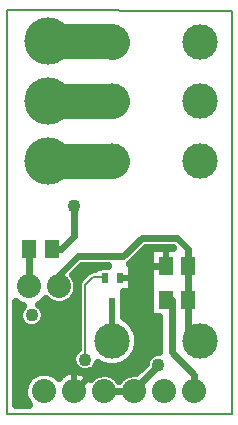
<source format=gbr>
G04 DipTrace 2.4.0.2*
%INbottom.gbr*%
%MOIN*%
%ADD11C,0.006*%
%ADD13C,0.0236*%
%ADD14C,0.0197*%
%ADD15C,0.0079*%
%ADD17C,0.1181*%
%ADD18C,0.025*%
%ADD19C,0.02*%
%ADD20R,0.0512X0.0591*%
%ADD22C,0.08*%
%ADD23C,0.1575*%
%ADD25R,0.0197X0.0335*%
%ADD28C,0.0433*%
%FSLAX44Y44*%
G04*
G70*
G90*
G75*
G01*
%LNBottom*%
%LPD*%
X9253Y8878D2*
D13*
X8503D1*
Y8473D1*
X8315D1*
Y5572D1*
X8109Y5366D1*
X6866D1*
X6191Y4690D1*
X7720Y8473D2*
D14*
X8315D1*
X10191Y4690D2*
D13*
Y5253D1*
X9441Y6003D1*
Y7752D1*
X9254D1*
X10001Y8878D2*
Y7753D1*
X10002Y7752D1*
Y6767D1*
X10393Y6377D1*
X8191Y4690D2*
Y4753D1*
X9003Y5565D1*
X7191Y4690D2*
X8191D1*
X5690Y8190D2*
Y8565D1*
X6315Y9191D1*
X7815D1*
X8440Y9816D1*
X9628D1*
X10003Y9441D1*
Y8880D1*
X10001Y8878D1*
X6188Y10871D2*
Y9876D1*
X5753Y9441D1*
X5440D1*
X7440Y6377D2*
D14*
X7465Y6401D1*
Y7646D1*
X4690Y8190D2*
D13*
X4692Y9441D1*
X6565Y5752D2*
D15*
Y8253D1*
X6815Y8503D1*
X7179D1*
X7209Y8473D1*
X5315Y14379D2*
D17*
X7430D1*
X7440Y14369D1*
X5315Y16379D2*
X7414D1*
X7440Y16353D1*
X5315Y12379D2*
X7434D1*
X7440Y12384D1*
D28*
X9003Y5565D3*
X6565Y5752D3*
X4785Y7231D3*
X6188Y10871D3*
X8506Y9387D2*
D18*
X8679D1*
X8256Y9139D2*
X8679D1*
X8135Y8890D2*
X8679D1*
X6260Y8641D2*
X6569D1*
X8135D2*
X8679D1*
X8135Y8393D2*
X8679D1*
X8135Y8144D2*
X8683D1*
X7881Y7895D2*
X8683D1*
X5143Y7647D2*
X5382D1*
X5998D2*
X6288D1*
X7881D2*
X8683D1*
X5205Y7398D2*
X6288D1*
X7881D2*
X8683D1*
X5233Y7149D2*
X6288D1*
X7893D2*
X9007D1*
X4278Y6901D2*
X4483D1*
X5084D2*
X6288D1*
X8174D2*
X9007D1*
X4278Y6652D2*
X6288D1*
X8303D2*
X9007D1*
X4278Y6403D2*
X6288D1*
X8346D2*
X9007D1*
X4278Y6155D2*
X6288D1*
X8319D2*
X9007D1*
X4278Y5906D2*
X6140D1*
X8213D2*
X8714D1*
X4278Y5657D2*
X6120D1*
X7979D2*
X8558D1*
X4278Y5408D2*
X6280D1*
X6850D2*
X8351D1*
X4278Y5160D2*
X4694D1*
X7612D2*
X7772D1*
X4278Y4911D2*
X4538D1*
X4278Y4662D2*
X4503D1*
X4278Y4414D2*
X4562D1*
X9033Y7164D2*
X8706D1*
X8705Y9466D1*
X9503Y9471D1*
X9490Y9485D1*
X8577Y9484D1*
X8047Y8954D1*
X8055Y8933D1*
X8111D1*
Y8013D1*
X7856D1*
X7852Y7186D1*
X7883Y7141D1*
X7986Y7070D1*
X8079Y6986D1*
X8158Y6890D1*
X8224Y6784D1*
X8273Y6669D1*
X8306Y6549D1*
X8323Y6377D1*
X8314Y6252D1*
X8288Y6130D1*
X8245Y6013D1*
X8185Y5903D1*
X8111Y5802D1*
X8023Y5714D1*
X7924Y5638D1*
X7815Y5577D1*
X7698Y5532D1*
X7577Y5504D1*
X7452Y5494D1*
X7327Y5501D1*
X7205Y5525D1*
X7087Y5567D1*
X6973Y5627D1*
X6925Y5515D1*
X6842Y5422D1*
X6736Y5357D1*
X6616Y5324D1*
X6492Y5328D1*
X6373Y5367D1*
X6271Y5438D1*
X6193Y5535D1*
X6147Y5651D1*
X6136Y5775D1*
X6160Y5897D1*
X6219Y6007D1*
X6310Y6097D1*
X6312Y7627D1*
Y8253D1*
X6345Y8376D1*
X6386Y8432D1*
X6636Y8682D1*
X6746Y8746D1*
X6815Y8756D1*
X6897D1*
X6896Y8854D1*
X7315Y8859D1*
X6452D1*
X6166Y8572D1*
X6203Y8527D1*
X6261Y8416D1*
X6295Y8296D1*
X6304Y8190D1*
X6291Y8066D1*
X6254Y7947D1*
X6193Y7838D1*
X6111Y7744D1*
X6012Y7668D1*
X5900Y7614D1*
X5779Y7583D1*
X5654Y7578D1*
X5531Y7598D1*
X5414Y7642D1*
X5309Y7709D1*
X5245Y7772D1*
X5119Y7647D1*
X5025Y7585D1*
X5096Y7529D1*
X5168Y7427D1*
X5208Y7309D1*
X5215Y7231D1*
X5197Y7108D1*
X5145Y6995D1*
X5062Y6902D1*
X4956Y6836D1*
X4836Y6804D1*
X4711Y6807D1*
X4593Y6846D1*
X4491Y6917D1*
X4413Y7015D1*
X4367Y7130D1*
X4355Y7254D1*
X4380Y7376D1*
X4439Y7486D1*
X4480Y7528D1*
X4302Y7617D1*
X4251Y7659D1*
X4253Y5503D1*
Y4253D1*
X4694D1*
X4610Y4365D1*
X4560Y4480D1*
X4532Y4601D1*
X4527Y4726D1*
X4545Y4849D1*
X4586Y4967D1*
X4649Y5075D1*
X4730Y5170D1*
X4828Y5247D1*
X4938Y5305D1*
X5058Y5342D1*
X5182Y5355D1*
X5306Y5345D1*
X5427Y5312D1*
X5539Y5257D1*
X5638Y5182D1*
X5673Y5144D1*
X5723Y5201D1*
X5822Y5277D1*
X5934Y5333D1*
X6053Y5369D1*
X6177Y5382D1*
X6302Y5374D1*
X6423Y5342D1*
X6536Y5290D1*
X6638Y5218D1*
X6726Y5129D1*
X6742Y5109D1*
X6825Y5183D1*
X6932Y5247D1*
X7050Y5287D1*
X7173Y5304D1*
X7298Y5294D1*
X7418Y5260D1*
X7529Y5202D1*
X7625Y5124D1*
X7692Y5042D1*
X7733Y5099D1*
X7825Y5183D1*
X7932Y5247D1*
X8050Y5287D1*
X8173Y5304D1*
X8263Y5297D1*
X8577Y5609D1*
X8598Y5710D1*
X8657Y5820D1*
X8744Y5909D1*
X8854Y5969D1*
X8975Y5995D1*
X9034Y5990D1*
X9030Y6378D1*
Y7163D1*
X9253Y9465D2*
D19*
Y8878D1*
X8705D2*
X9253D1*
X6191Y5382D2*
Y4690D1*
X7720Y8473D2*
X8111D1*
D20*
X9254Y7752D3*
X10002D3*
X9253Y8878D3*
X10001D3*
D22*
X10191Y4690D3*
X9191D3*
X8191D3*
X7191D3*
X6191D3*
X5191D3*
X5690Y8190D3*
X4690D3*
D23*
X5315Y16379D3*
Y14379D3*
Y12379D3*
D25*
X7209Y8473D3*
X7720D3*
X7465Y7646D3*
D20*
X4692Y9441D3*
X5440D3*
D17*
X7440Y6377D3*
X10393D3*
X7440Y12384D3*
Y14369D3*
Y16353D3*
X10393Y12384D3*
Y14369D3*
Y16353D3*
%LNBoardOutline*%
X3940Y3940D2*
D11*
X11441D1*
Y17379D1*
X3940Y17389D1*
Y3940D1*
M02*

</source>
